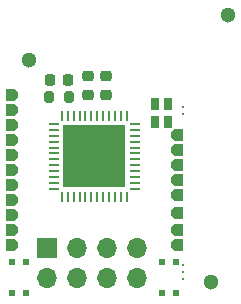
<source format=gbr>
%TF.GenerationSoftware,KiCad,Pcbnew,(5.99.0-10506-gb986797469)*%
%TF.CreationDate,2021-10-07T12:38:36+02:00*%
%TF.ProjectId,ESP31_V2,45535033-315f-4563-922e-6b696361645f,rev?*%
%TF.SameCoordinates,Original*%
%TF.FileFunction,Soldermask,Top*%
%TF.FilePolarity,Negative*%
%FSLAX46Y46*%
G04 Gerber Fmt 4.6, Leading zero omitted, Abs format (unit mm)*
G04 Created by KiCad (PCBNEW (5.99.0-10506-gb986797469)) date 2021-10-07 12:38:36*
%MOMM*%
%LPD*%
G01*
G04 APERTURE LIST*
G04 Aperture macros list*
%AMRoundRect*
0 Rectangle with rounded corners*
0 $1 Rounding radius*
0 $2 $3 $4 $5 $6 $7 $8 $9 X,Y pos of 4 corners*
0 Add a 4 corners polygon primitive as box body*
4,1,4,$2,$3,$4,$5,$6,$7,$8,$9,$2,$3,0*
0 Add four circle primitives for the rounded corners*
1,1,$1+$1,$2,$3*
1,1,$1+$1,$4,$5*
1,1,$1+$1,$6,$7*
1,1,$1+$1,$8,$9*
0 Add four rect primitives between the rounded corners*
20,1,$1+$1,$2,$3,$4,$5,0*
20,1,$1+$1,$4,$5,$6,$7,0*
20,1,$1+$1,$6,$7,$8,$9,0*
20,1,$1+$1,$8,$9,$2,$3,0*%
%AMOutline5P*
0 Free polygon, 5 corners , with rotation*
0 The origin of the aperture is its center*
0 number of corners: always 8*
0 $1 to $10 corner X, Y*
0 $11 Rotation angle, in degrees counterclockwise*
0 create outline with 8 corners*
4,1,5,$1,$2,$3,$4,$5,$6,$7,$8,$9,$10,$1,$2,$11*%
%AMOutline6P*
0 Free polygon, 6 corners , with rotation*
0 The origin of the aperture is its center*
0 number of corners: always 6*
0 $1 to $12 corner X, Y*
0 $13 Rotation angle, in degrees counterclockwise*
0 create outline with 6 corners*
4,1,6,$1,$2,$3,$4,$5,$6,$7,$8,$9,$10,$11,$12,$1,$2,$13*%
%AMOutline7P*
0 Free polygon, 7 corners , with rotation*
0 The origin of the aperture is its center*
0 number of corners: always 7*
0 $1 to $14 corner X, Y*
0 $15 Rotation angle, in degrees counterclockwise*
0 create outline with 7 corners*
4,1,7,$1,$2,$3,$4,$5,$6,$7,$8,$9,$10,$11,$12,$13,$14,$1,$2,$15*%
%AMOutline8P*
0 Free polygon, 8 corners , with rotation*
0 The origin of the aperture is its center*
0 number of corners: always 8*
0 $1 to $16 corner X, Y*
0 $17 Rotation angle, in degrees counterclockwise*
0 create outline with 8 corners*
4,1,8,$1,$2,$3,$4,$5,$6,$7,$8,$9,$10,$11,$12,$13,$14,$15,$16,$1,$2,$17*%
G04 Aperture macros list end*
%ADD10Outline6P,0.250000X-0.500000X-0.500000X-0.500000X-0.500000X0.500000X0.250000X0.500000X0.500000X0.250000X0.500000X-0.250000X180.000000*%
%ADD11Outline6P,0.250000X-0.500000X-0.500000X-0.500000X-0.500000X0.500000X0.250000X0.500000X0.500000X0.250000X0.500000X-0.250000X0.000000*%
%ADD12RoundRect,0.225000X-0.225000X-0.250000X0.225000X-0.250000X0.225000X0.250000X-0.225000X0.250000X0*%
%ADD13C,1.300000*%
%ADD14C,0.300000*%
%ADD15RoundRect,0.225000X-0.250000X0.225000X-0.250000X-0.225000X0.250000X-0.225000X0.250000X0.225000X0*%
%ADD16RoundRect,0.062500X-0.062500X0.337500X-0.062500X-0.337500X0.062500X-0.337500X0.062500X0.337500X0*%
%ADD17RoundRect,0.062500X-0.337500X0.062500X-0.337500X-0.062500X0.337500X-0.062500X0.337500X0.062500X0*%
%ADD18R,5.300000X5.300000*%
%ADD19RoundRect,0.200000X0.200000X0.275000X-0.200000X0.275000X-0.200000X-0.275000X0.200000X-0.275000X0*%
%ADD20R,0.600000X0.600000*%
%ADD21R,0.800000X1.000000*%
%ADD22R,1.700000X1.700000*%
%ADD23O,1.700000X1.700000*%
G04 APERTURE END LIST*
D10*
%TO.C,J10*%
X118500000Y-107780000D03*
%TD*%
%TO.C,J15*%
X118500000Y-101180000D03*
%TD*%
%TO.C,J12*%
X118500000Y-109230000D03*
%TD*%
D11*
%TO.C,J23*%
X104500000Y-102870000D03*
%TD*%
D10*
%TO.C,J14*%
X118500000Y-103720000D03*
%TD*%
D12*
%TO.C,C1*%
X107725000Y-96500000D03*
X109275000Y-96500000D03*
%TD*%
D10*
%TO.C,J11*%
X118500000Y-110500000D03*
%TD*%
%TO.C,J17*%
X118500000Y-104990000D03*
%TD*%
D11*
%TO.C,J24*%
X104500000Y-100330000D03*
%TD*%
D13*
%TO.C,REF\u002A\u002A*%
X106000000Y-94800000D03*
%TD*%
D14*
%TO.C,REF\u002A\u002A*%
X119000000Y-99400000D03*
%TD*%
%TO.C,*%
X119000000Y-112200000D03*
%TD*%
D11*
%TO.C,J18*%
X104500000Y-107950000D03*
%TD*%
D15*
%TO.C,C2*%
X111000000Y-96225000D03*
X111000000Y-97775000D03*
%TD*%
D13*
%TO.C,*%
X122800000Y-91000000D03*
%TD*%
D15*
%TO.C,C3*%
X112500000Y-96225000D03*
X112500000Y-97775000D03*
%TD*%
D14*
%TO.C,*%
X119000000Y-98800000D03*
%TD*%
D11*
%TO.C,J20*%
X104500000Y-110490000D03*
%TD*%
%TO.C,J22*%
X104500000Y-106680000D03*
%TD*%
%TO.C,J19*%
X104500000Y-109220000D03*
%TD*%
D10*
%TO.C,J13*%
X118500000Y-106260000D03*
%TD*%
D16*
%TO.C,U1*%
X114250000Y-99550000D03*
X113750000Y-99550000D03*
X113250000Y-99550000D03*
X112750000Y-99550000D03*
X112250000Y-99550000D03*
X111750000Y-99550000D03*
X111250000Y-99550000D03*
X110750000Y-99550000D03*
X110250000Y-99550000D03*
X109750000Y-99550000D03*
X109250000Y-99550000D03*
X108750000Y-99550000D03*
D17*
X108050000Y-100250000D03*
X108050000Y-100750000D03*
X108050000Y-101250000D03*
X108050000Y-101750000D03*
X108050000Y-102250000D03*
X108050000Y-102750000D03*
X108050000Y-103250000D03*
X108050000Y-103750000D03*
X108050000Y-104250000D03*
X108050000Y-104750000D03*
X108050000Y-105250000D03*
X108050000Y-105750000D03*
D16*
X108750000Y-106450000D03*
X109250000Y-106450000D03*
X109750000Y-106450000D03*
X110250000Y-106450000D03*
X110750000Y-106450000D03*
X111250000Y-106450000D03*
X111750000Y-106450000D03*
X112250000Y-106450000D03*
X112750000Y-106450000D03*
X113250000Y-106450000D03*
X113750000Y-106450000D03*
X114250000Y-106450000D03*
D17*
X114950000Y-105750000D03*
X114950000Y-105250000D03*
X114950000Y-104750000D03*
X114950000Y-104250000D03*
X114950000Y-103750000D03*
X114950000Y-103250000D03*
X114950000Y-102750000D03*
X114950000Y-102250000D03*
X114950000Y-101750000D03*
X114950000Y-101250000D03*
X114950000Y-100750000D03*
X114950000Y-100250000D03*
D18*
X111500000Y-103000000D03*
%TD*%
D11*
%TO.C,J5*%
X104500000Y-105410000D03*
%TD*%
%TO.C,J6*%
X104500000Y-104140000D03*
%TD*%
D10*
%TO.C,J16*%
X118500000Y-102450000D03*
%TD*%
D19*
%TO.C,R1*%
X109325000Y-98000000D03*
X107675000Y-98000000D03*
%TD*%
D13*
%TO.C,*%
X121400000Y-113600000D03*
%TD*%
D20*
%TO.C,SW1*%
X118456000Y-111984000D03*
X118456000Y-114584000D03*
X117256000Y-114584000D03*
X117256000Y-111984000D03*
%TD*%
D14*
%TO.C,*%
X119000000Y-113400000D03*
%TD*%
D20*
%TO.C,SW2*%
X104556000Y-111984000D03*
X104556000Y-114584000D03*
X105756000Y-114584000D03*
X105756000Y-111984000D03*
%TD*%
D11*
%TO.C,J3*%
X104500000Y-97790000D03*
%TD*%
%TO.C,J21*%
X104500000Y-101600000D03*
%TD*%
D21*
%TO.C,D1*%
X117700000Y-98590000D03*
X116600000Y-98590000D03*
X116600000Y-100090000D03*
X117700000Y-100090000D03*
%TD*%
D11*
%TO.C,J4*%
X104500000Y-99060000D03*
%TD*%
D14*
%TO.C,*%
X119000000Y-112800000D03*
%TD*%
D22*
%TO.C,J1*%
X107460000Y-110725000D03*
D23*
X107460000Y-113265000D03*
X110000000Y-110725000D03*
X110000000Y-113265000D03*
X112540000Y-110725000D03*
X112540000Y-113265000D03*
X115080000Y-110725000D03*
X115080000Y-113265000D03*
%TD*%
M02*

</source>
